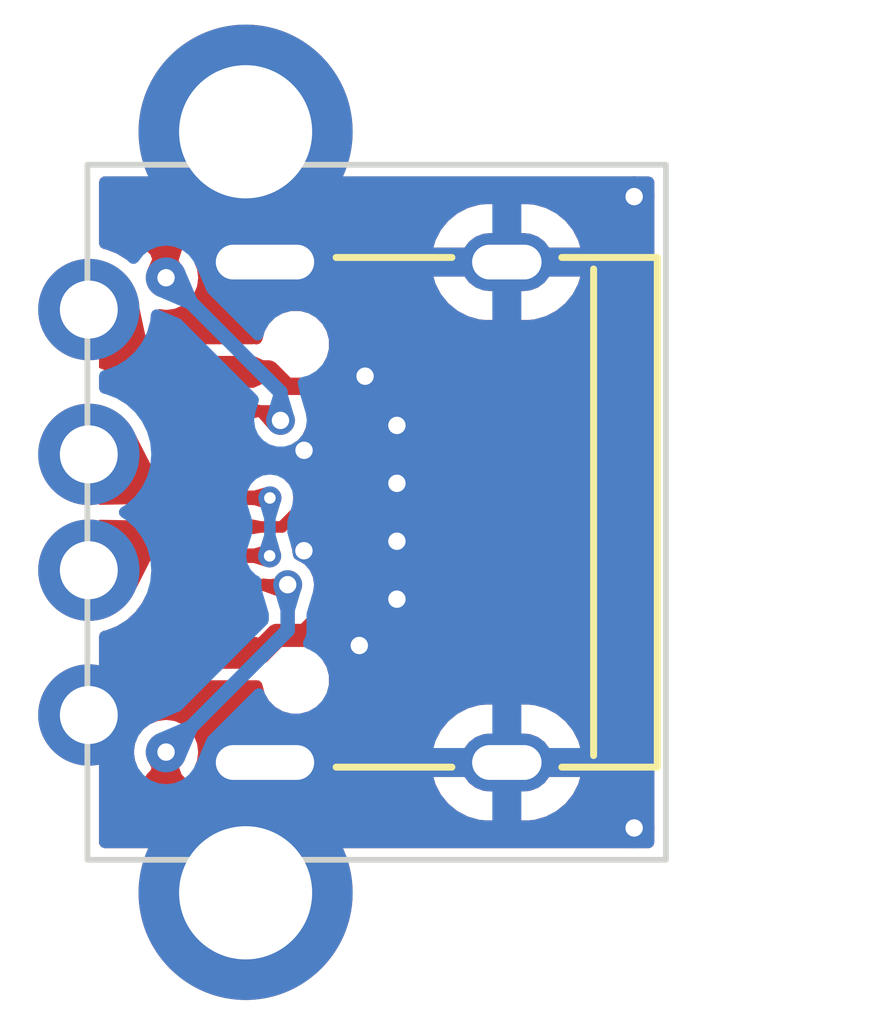
<source format=kicad_pcb>
(kicad_pcb (version 20240108) (generator "pcbnew") (generator_version "8.0")
  (layers (0 "F.Cu" signal) (31 "B.Cu" signal) (34 "B.Paste" user) (35 "F.Paste" user) (36 "B.SilkS" user "B.Silkscreen") (37 "F.SilkS" user "F.Silkscreen") (38 "B.Mask" user) (39 "F.Mask" user) (44 "Edge.Cuts" user))
  (net 0 "")
  (net 1 "VBUS")
  (net 2 "GND")
  (net 3 "D-")
  (net 4 "D+")
  (net 5 "Net-(J1-CC1)")
  (net 7 "Net-(J1-CC2)")
  (footprint "Connector_USB:USB_A_CONNFLY_DS1095-WNR0" (layer "F.Cu") (at 145.025 89.85 90)
    (property "Reference" "J2" (hide yes))
    (property "Value" "USB_A")
    (pad "1" thru_hole circle (at 7 0 90) (size 1.75 1.75) (drill 1) (layers "*.Cu" "*.Mask") (net 1 "VBUS"))
    (pad "2" thru_hole circle (at 4.5 0 90) (size 1.75 1.75) (drill 1) (layers "*.Cu" "*.Mask") (net 3 "D-"))
    (pad "3" thru_hole circle (at 2.5 0 90) (size 1.75 1.75) (drill 1) (layers "*.Cu" "*.Mask") (net 4 "D+"))
    (pad "4" thru_hole circle (at 0 0 90) (size 1.75 1.75) (drill 1) (layers "*.Cu" "*.Mask") (net 2 "GND"))
    (pad "5" thru_hole circle (at -3.07 2.71 90) (size 3.7 3.7) (drill 2.3) (layers "*.Cu" "*.Mask") (net 2 "GND"))
    (pad "5" thru_hole circle (at 10.07 2.71 90) (size 3.7 3.7) (drill 2.3) (layers "*.Cu" "*.Mask") (net 2 "GND"))
  )
  (footprint "USB_C:TYPE-C-31-M-12" (layer "F.Cu") (at 152.25 86.35 90)
    (property "Reference" "J1" (hide yes))
    (property "Value" "USB_C_Receptacle_USB2.0")
    (fp_line (start 4.4 -2.95) (end 4.4 -0.95) (stroke (width 0.12)) (layer "F.SilkS"))
    (fp_line (start -4.4 -2.95) (end -4.4 -0.95) (stroke (width 0.12)) (layer "F.SilkS"))
    (fp_line (start 4.4 0.95) (end 4.4 2.6) (stroke (width 0.12)) (layer "F.SilkS"))
    (fp_line (start -4.4 0.95) (end -4.4 2.6) (stroke (width 0.12)) (layer "F.SilkS"))
    (fp_line (start 4.2 1.5) (end -4.2 1.5) (stroke (width 0.12)) (layer "F.SilkS"))
    (fp_line (start 4.4 2.6) (end -4.4 2.6) (stroke (width 0.12)) (layer "F.SilkS"))
    (pad "" np_thru_hole circle (at -2.9 -3.65 90) (size 0.65 0.65) (drill 0.65) (layers "F&B.Cu" "*.Mask"))
    (pad "" np_thru_hole circle (at 2.9 -3.65 90) (size 0.65 0.65) (drill 0.65) (layers "F&B.Cu" "*.Mask"))
    (pad "A1" smd rect (at -3.225 -5.1 90) (size 0.55 1.45) (layers "F.Cu" "F.Paste" "F.Mask") (net 2 "GND"))
    (pad "A4" smd rect (at -2.425 -5.1 90) (size 0.55 1.45) (layers "F.Cu" "F.Paste" "F.Mask") (net 1 "VBUS"))
    (pad "A5" smd rect (at -1.25 -5.1 90) (size 0.25 1.45) (layers "F.Cu" "F.Paste" "F.Mask") (net 5 "Net-(J1-CC1)"))
    (pad "A6" smd rect (at -0.25 -5.1 90) (size 0.25 1.45) (layers "F.Cu" "F.Paste" "F.Mask") (net 4 "D+"))
    (pad "A7" smd rect (at 0.25 -5.1 90) (size 0.25 1.45) (layers "F.Cu" "F.Paste" "F.Mask") (net 3 "D-"))
    (pad "A8" smd rect (at 1.25 -5.1 90) (size 0.25 1.45) (layers "F.Cu" "F.Paste" "F.Mask"))
    (pad "A9" smd rect (at 2.425 -5.1 90) (size 0.55 1.45) (layers "F.Cu" "F.Paste" "F.Mask") (net 1 "VBUS"))
    (pad "A12" smd rect (at 3.225 -5.1 90) (size 0.55 1.45) (layers "F.Cu" "F.Paste" "F.Mask") (net 2 "GND"))
    (pad "B1" smd rect (at 3.225 -5.1 90) (size 0.55 1.45) (layers "F.Cu" "F.Paste" "F.Mask") (net 2 "GND"))
    (pad "B4" smd rect (at 2.425 -5.1 90) (size 0.55 1.45) (layers "F.Cu" "F.Paste" "F.Mask") (net 1 "VBUS"))
    (pad "B5" smd rect (at 1.75 -5.1 90) (size 0.25 1.45) (layers "F.Cu" "F.Paste" "F.Mask") (net 7 "Net-(J1-CC2)"))
    (pad "B6" smd rect (at 0.75 -5.1 90) (size 0.25 1.45) (layers "F.Cu" "F.Paste" "F.Mask") (net 4 "D+"))
    (pad "B7" smd rect (at -0.75 -5.1 90) (size 0.25 1.45) (layers "F.Cu" "F.Paste" "F.Mask") (net 3 "D-"))
    (pad "B8" smd rect (at -1.75 -5.1 90) (size 0.25 1.45) (layers "F.Cu" "F.Paste" "F.Mask"))
    (pad "B9" smd rect (at -2.425 -5.1 90) (size 0.55 1.45) (layers "F.Cu" "F.Paste" "F.Mask") (net 1 "VBUS"))
    (pad "B12" smd rect (at -3.225 -5.1 90) (size 0.55 1.45) (layers "F.Cu" "F.Paste" "F.Mask") (net 2 "GND"))
    (pad "S1" thru_hole roundrect (at -4.32 -4.18 90) (size 1 2.2) (drill oval 0.6 1.7) (layers "*.Cu" "*.Mask") (roundrect_rratio 0.5) (net 2 "GND"))
    (pad "S1" thru_hole roundrect (at -4.32 0 90) (size 1 1.6) (drill oval 0.6 1.2) (layers "*.Cu" "*.Mask") (roundrect_rratio 0.5) (net 2 "GND"))
    (pad "S1" thru_hole roundrect (at 4.32 -4.18 90) (size 1 2.2) (drill oval 0.6 1.7) (layers "*.Cu" "*.Mask") (roundrect_rratio 0.5) (net 2 "GND"))
    (pad "S1" thru_hole roundrect (at 4.32 0 90) (size 1 1.6) (drill oval 0.6 1.2) (layers "*.Cu" "*.Mask") (roundrect_rratio 0.5) (net 2 "GND"))
  )
  (footprint "Resistor_SMD:R_0402_1005Metric" (layer "F.Cu") (at 146 81.360624 -45)
    (property "Reference" "R2" (hide yes))
    (property "Value" "5k1")
    (pad "1" smd roundrect (at -0.509999 0 315) (size 0.54 0.64) (layers "F.Cu" "F.Paste" "F.Mask") (net 2 "GND"))
    (pad "2" smd roundrect (at 0.509999 0 315) (size 0.54 0.64) (layers "F.Cu" "F.Paste" "F.Mask") (net 7 "Net-(J1-CC2)"))
  )
  (footprint "Resistor_SMD:R_0402_1005Metric" (layer "F.Cu") (at 146 91.35 45)
    (property "Reference" "R1" (hide yes))
    (property "Value" "5k1")
    (pad "1" smd roundrect (at -0.509999 0 45) (size 0.54 0.64) (layers "F.Cu" "F.Paste" "F.Mask") (net 2 "GND"))
    (pad "2" smd roundrect (at 0.509999 0 45) (size 0.54 0.64) (layers "F.Cu" "F.Paste" "F.Mask") (net 5 "Net-(J1-CC1)"))
  )
  (gr_rect (start 145 80.35) (end 155 92.35) (stroke (width 0.1)) (fill none) (layer "Edge.Cuts"))
  (segment (start 148.7745 88.4755) (end 148.278484 88.4755) (width 0.4) (layer "F.Cu") (net 1))
  (segment (start 148.278484 88.4755) (end 147.978984 88.775) (width 0.4) (layer "F.Cu") (net 1))
  (segment (start 148.128984 83.925) (end 148.199695 83.925) (width 0.3) (layer "F.Cu") (net 1))
  (segment (start 148.449695 84.175) (end 148.875 84.175) (width 0.3) (layer "F.Cu") (net 1))
  (segment (start 148.199695 83.925) (end 148.449695 84.175) (width 0.3) (layer "F.Cu") (net 1))
  (segment (start 147.978984 88.775) (end 147.3 88.775) (width 0.4) (layer "F.Cu") (net 1))
  (segment (start 147.3 83.925) (end 148.128984 83.925) (width 0.4) (layer "F.Cu") (net 1))
  (segment (start 148.925 84.225) (end 149.6 84.9) (width 0.4) (layer "F.Cu") (net 1))
  (segment (start 149.6 87.65) (end 148.7745 88.4755) (width 0.4) (layer "F.Cu") (net 1))
  (segment (start 145.925 83.925) (end 145.45 83.45) (width 0.55) (layer "F.Cu") (net 1))
  (segment (start 149.6 84.9) (end 149.6 87.65) (width 0.4) (layer "F.Cu") (net 1))
  (segment (start 147.15 83.925) (end 145.925 83.925) (width 0.55) (layer "F.Cu") (net 1))
  (segment (start 148.875 84.175) (end 148.925 84.225) (width 0.3) (layer "F.Cu") (net 1))
  (via (at 148.745118 85.279882) (size 0.4) (drill 0.3) (layers "F.Cu" "B.Cu") (net 2))
  (via (at 149.8 84) (size 0.7) (drill 0.3) (layers "F.Cu" "B.Cu") (net 2))
  (via (at 150.35 85.85) (size 0.7) (drill 0.3) (layers "F.Cu" "B.Cu") (net 2))
  (via (at 148.74283 87.013255) (size 0.4) (drill 0.3) (layers "F.Cu" "B.Cu") (net 2))
  (via (at 154.4505 91.8005) (size 0.7) (drill 0.3) (layers "F.Cu" "B.Cu") (net 2))
  (via (at 150.35 86.85) (size 0.7) (drill 0.3) (layers "F.Cu" "B.Cu") (net 2))
  (via (at 150.35 84.85) (size 0.7) (drill 0.3) (layers "F.Cu" "B.Cu") (net 2))
  (via (at 149.7 88.65) (size 0.7) (drill 0.3) (layers "F.Cu" "B.Cu") (net 2))
  (via (at 154.4505 80.8995) (size 0.7) (drill 0.3) (layers "F.Cu" "B.Cu") (net 2))
  (via (at 150.35 87.85) (size 0.7) (drill 0.3) (layers "F.Cu" "B.Cu") (net 2))
  (segment (start 148.15 87.102448) (end 148.147552 87.1) (width 0.2) (layer "F.Cu") (net 3))
  (segment (start 146.1 86.1) (end 145.35 85.35) (width 0.2) (layer "F.Cu") (net 3))
  (segment (start 145.35 85.35) (end 145.325 85.35) (width 0.25) (layer "F.Cu") (net 3))
  (segment (start 148.151728 86.1) (end 147.15 86.1) (width 0.2) (layer "F.Cu") (net 3))
  (segment (start 148.154676 86.102948) (end 148.151728 86.1) (width 0.2) (layer "F.Cu") (net 3))
  (segment (start 148.147552 87.1) (end 147.15 87.1) (width 0.2) (layer "F.Cu") (net 3))
  (segment (start 147.3 86.1) (end 146.1 86.1) (width 0.2) (layer "F.Cu") (net 3))
  (via (at 148.154676 86.102948) (size 0.4) (drill 0.2) (layers "F.Cu" "B.Cu") (net 3))
  (via (at 148.15 87.102448) (size 0.4) (drill 0.2) (layers "F.Cu" "B.Cu") (net 3))
  (segment (start 148.15 87.102448) (end 148.154676 87.097772) (width 0.2) (layer "B.Cu") (net 3))
  (segment (start 148.154676 87.097772) (end 148.154676 86.102948) (width 0.2) (layer "B.Cu") (net 3))
  (segment (start 148.654676 85.895841) (end 148.654676 86.310055) (width 0.2) (layer "F.Cu") (net 4))
  (segment (start 147.15 85.6) (end 148.358835 85.6) (width 0.2) (layer "F.Cu") (net 4))
  (segment (start 147.152931 85.602931) (end 147.15 85.6) (width 0.25) (layer "F.Cu") (net 4))
  (segment (start 148.358835 85.6) (end 148.654676 85.895841) (width 0.2) (layer "F.Cu") (net 4))
  (segment (start 147.152948 86.602948) (end 147.15 86.6) (width 0.2) (layer "F.Cu") (net 4))
  (segment (start 147.15 86.6) (end 146.075 86.6) (width 0.2) (layer "F.Cu") (net 4))
  (segment (start 148.654676 86.310055) (end 148.361783 86.602948) (width 0.2) (layer "F.Cu") (net 4))
  (segment (start 146.075 86.6) (end 145.325 87.35) (width 0.2) (layer "F.Cu") (net 4))
  (segment (start 148.361783 86.602948) (end 147.152948 86.602948) (width 0.2) (layer "F.Cu") (net 4))
  (segment (start 148.462086 87.672058) (end 148.417476 87.627448) (width 0.25) (layer "F.Cu") (net 5))
  (segment (start 147.15 87.6) (end 147.152448 87.602448) (width 0.2) (layer "F.Cu") (net 5))
  (segment (start 148.459638 87.602448) (end 148.462086 87.6) (width 0.2) (layer "F.Cu") (net 5))
  (segment (start 146.36 90.988752) (end 146.360624 90.989376) (width 0.25) (layer "F.Cu") (net 5))
  (segment (start 147.152448 87.602448) (end 148.459638 87.602448) (width 0.2) (layer "F.Cu") (net 5))
  (segment (start 146.36 90.49) (end 146.36 90.988752) (width 0.25) (layer "F.Cu") (net 5))
  (via (at 148.462086 87.6) (size 0.5) (drill 0.3) (layers "F.Cu" "B.Cu") (net 5))
  (via (at 146.36 90.49) (size 0.7) (drill 0.3) (layers "F.Cu" "B.Cu") (net 5))
  (segment (start 148.462086 88.387914) (end 146.36 90.49) (width 0.25) (layer "B.Cu") (net 5))
  (segment (start 148.462086 87.6) (end 148.462086 88.387914) (width 0.25) (layer "B.Cu") (net 5))
  (segment (start 146.36 82.300499) (end 146.36 81.721872) (width 0.25) (layer "F.Cu") (net 7))
  (segment (start 146.36 81.721872) (end 146.360624 81.721248) (width 0.25) (layer "F.Cu") (net 7))
  (segment (start 147.15 84.6) (end 148.173875 84.6) (width 0.2) (layer "F.Cu") (net 7))
  (segment (start 148.173875 84.6) (end 148.337851 84.763976) (width 0.2) (layer "F.Cu") (net 7))
  (via (at 146.36 82.300499) (size 0.7) (drill 0.3) (layers "F.Cu" "B.Cu") (net 7))
  (via (at 148.337851 84.763976) (size 0.5) (drill 0.3) (layers "F.Cu" "B.Cu") (net 7))
  (segment (start 148.337851 84.27835) (end 146.36 82.300499) (width 0.25) (layer "B.Cu") (net 7))
  (segment (start 148.337851 84.763976) (end 148.337851 84.27835) (width 0.25) (layer "B.Cu") (net 7))
  (zone (net 2) (net_name "GND") (layers "F&B.Cu") (connect_pads yes (clearance 0.2)) (min_thickness 0.2) (fill yes (thermal_gap 0.5) (thermal_bridge_width 0.5))
    (polygon (pts (xy 145 80.35) (xy 155 80.35) (xy 155 92.35) (xy 145 92.35)))
  )
)
</source>
